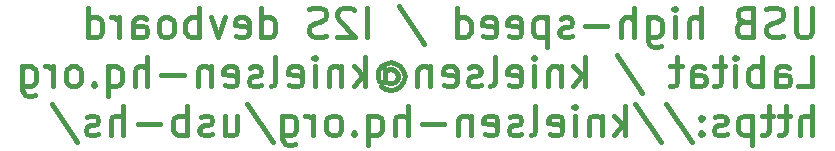
<source format=gbo>
G04 #@! TF.GenerationSoftware,KiCad,Pcbnew,(2017-08-04 revision 7bf9f8e1c)-master*
G04 #@! TF.CreationDate,2018-06-13T20:52:22+02:00*
G04 #@! TF.ProjectId,pcb-f2-a,7063622D66322D612E6B696361645F70,rev?*
G04 #@! TF.SameCoordinates,Original*
G04 #@! TF.FileFunction,Legend,Bot*
G04 #@! TF.FilePolarity,Positive*
%FSLAX46Y46*%
G04 Gerber Fmt 4.6, Leading zero omitted, Abs format (unit mm)*
G04 Created by KiCad (PCBNEW (2017-08-04 revision 7bf9f8e1c)-master) date Wed Jun 13 20:52:22 2018*
%MOMM*%
%LPD*%
G01*
G04 APERTURE LIST*
%ADD10C,0.400000*%
G04 APERTURE END LIST*
D10*
X129244761Y-82180952D02*
X129244761Y-84204761D01*
X129125714Y-84442857D01*
X129006666Y-84561904D01*
X128768571Y-84680952D01*
X128292380Y-84680952D01*
X128054285Y-84561904D01*
X127935238Y-84442857D01*
X127816190Y-84204761D01*
X127816190Y-82180952D01*
X126744761Y-84561904D02*
X126387619Y-84680952D01*
X125792380Y-84680952D01*
X125554285Y-84561904D01*
X125435238Y-84442857D01*
X125316190Y-84204761D01*
X125316190Y-83966666D01*
X125435238Y-83728571D01*
X125554285Y-83609523D01*
X125792380Y-83490476D01*
X126268571Y-83371428D01*
X126506666Y-83252380D01*
X126625714Y-83133333D01*
X126744761Y-82895238D01*
X126744761Y-82657142D01*
X126625714Y-82419047D01*
X126506666Y-82300000D01*
X126268571Y-82180952D01*
X125673333Y-82180952D01*
X125316190Y-82300000D01*
X123411428Y-83371428D02*
X123054285Y-83490476D01*
X122935238Y-83609523D01*
X122816190Y-83847619D01*
X122816190Y-84204761D01*
X122935238Y-84442857D01*
X123054285Y-84561904D01*
X123292380Y-84680952D01*
X124244761Y-84680952D01*
X124244761Y-82180952D01*
X123411428Y-82180952D01*
X123173333Y-82300000D01*
X123054285Y-82419047D01*
X122935238Y-82657142D01*
X122935238Y-82895238D01*
X123054285Y-83133333D01*
X123173333Y-83252380D01*
X123411428Y-83371428D01*
X124244761Y-83371428D01*
X119840000Y-84680952D02*
X119840000Y-82180952D01*
X118768571Y-84680952D02*
X118768571Y-83371428D01*
X118887619Y-83133333D01*
X119125714Y-83014285D01*
X119482857Y-83014285D01*
X119720952Y-83133333D01*
X119840000Y-83252380D01*
X117578095Y-84680952D02*
X117578095Y-83014285D01*
X117578095Y-82180952D02*
X117697142Y-82300000D01*
X117578095Y-82419047D01*
X117459047Y-82300000D01*
X117578095Y-82180952D01*
X117578095Y-82419047D01*
X115316190Y-83014285D02*
X115316190Y-85038095D01*
X115435238Y-85276190D01*
X115554285Y-85395238D01*
X115792380Y-85514285D01*
X116149523Y-85514285D01*
X116387619Y-85395238D01*
X115316190Y-84561904D02*
X115554285Y-84680952D01*
X116030476Y-84680952D01*
X116268571Y-84561904D01*
X116387619Y-84442857D01*
X116506666Y-84204761D01*
X116506666Y-83490476D01*
X116387619Y-83252380D01*
X116268571Y-83133333D01*
X116030476Y-83014285D01*
X115554285Y-83014285D01*
X115316190Y-83133333D01*
X114125714Y-84680952D02*
X114125714Y-82180952D01*
X113054285Y-84680952D02*
X113054285Y-83371428D01*
X113173333Y-83133333D01*
X113411428Y-83014285D01*
X113768571Y-83014285D01*
X114006666Y-83133333D01*
X114125714Y-83252380D01*
X111863809Y-83728571D02*
X109959047Y-83728571D01*
X108887619Y-84561904D02*
X108649523Y-84680952D01*
X108173333Y-84680952D01*
X107935238Y-84561904D01*
X107816190Y-84323809D01*
X107816190Y-84204761D01*
X107935238Y-83966666D01*
X108173333Y-83847619D01*
X108530476Y-83847619D01*
X108768571Y-83728571D01*
X108887619Y-83490476D01*
X108887619Y-83371428D01*
X108768571Y-83133333D01*
X108530476Y-83014285D01*
X108173333Y-83014285D01*
X107935238Y-83133333D01*
X106744761Y-83014285D02*
X106744761Y-85514285D01*
X106744761Y-83133333D02*
X106506666Y-83014285D01*
X106030476Y-83014285D01*
X105792380Y-83133333D01*
X105673333Y-83252380D01*
X105554285Y-83490476D01*
X105554285Y-84204761D01*
X105673333Y-84442857D01*
X105792380Y-84561904D01*
X106030476Y-84680952D01*
X106506666Y-84680952D01*
X106744761Y-84561904D01*
X103530476Y-84561904D02*
X103768571Y-84680952D01*
X104244761Y-84680952D01*
X104482857Y-84561904D01*
X104601904Y-84323809D01*
X104601904Y-83371428D01*
X104482857Y-83133333D01*
X104244761Y-83014285D01*
X103768571Y-83014285D01*
X103530476Y-83133333D01*
X103411428Y-83371428D01*
X103411428Y-83609523D01*
X104601904Y-83847619D01*
X101387619Y-84561904D02*
X101625714Y-84680952D01*
X102101904Y-84680952D01*
X102340000Y-84561904D01*
X102459047Y-84323809D01*
X102459047Y-83371428D01*
X102340000Y-83133333D01*
X102101904Y-83014285D01*
X101625714Y-83014285D01*
X101387619Y-83133333D01*
X101268571Y-83371428D01*
X101268571Y-83609523D01*
X102459047Y-83847619D01*
X99125714Y-84680952D02*
X99125714Y-82180952D01*
X99125714Y-84561904D02*
X99363809Y-84680952D01*
X99840000Y-84680952D01*
X100078095Y-84561904D01*
X100197142Y-84442857D01*
X100316190Y-84204761D01*
X100316190Y-83490476D01*
X100197142Y-83252380D01*
X100078095Y-83133333D01*
X99840000Y-83014285D01*
X99363809Y-83014285D01*
X99125714Y-83133333D01*
X94244761Y-82061904D02*
X96387619Y-85276190D01*
X91506666Y-84680952D02*
X91506666Y-82180952D01*
X90435238Y-82419047D02*
X90316190Y-82300000D01*
X90078095Y-82180952D01*
X89482857Y-82180952D01*
X89244761Y-82300000D01*
X89125714Y-82419047D01*
X89006666Y-82657142D01*
X89006666Y-82895238D01*
X89125714Y-83252380D01*
X90554285Y-84680952D01*
X89006666Y-84680952D01*
X88054285Y-84561904D02*
X87697142Y-84680952D01*
X87101904Y-84680952D01*
X86863809Y-84561904D01*
X86744761Y-84442857D01*
X86625714Y-84204761D01*
X86625714Y-83966666D01*
X86744761Y-83728571D01*
X86863809Y-83609523D01*
X87101904Y-83490476D01*
X87578095Y-83371428D01*
X87816190Y-83252380D01*
X87935238Y-83133333D01*
X88054285Y-82895238D01*
X88054285Y-82657142D01*
X87935238Y-82419047D01*
X87816190Y-82300000D01*
X87578095Y-82180952D01*
X86982857Y-82180952D01*
X86625714Y-82300000D01*
X82578095Y-84680952D02*
X82578095Y-82180952D01*
X82578095Y-84561904D02*
X82816190Y-84680952D01*
X83292380Y-84680952D01*
X83530476Y-84561904D01*
X83649523Y-84442857D01*
X83768571Y-84204761D01*
X83768571Y-83490476D01*
X83649523Y-83252380D01*
X83530476Y-83133333D01*
X83292380Y-83014285D01*
X82816190Y-83014285D01*
X82578095Y-83133333D01*
X80435238Y-84561904D02*
X80673333Y-84680952D01*
X81149523Y-84680952D01*
X81387619Y-84561904D01*
X81506666Y-84323809D01*
X81506666Y-83371428D01*
X81387619Y-83133333D01*
X81149523Y-83014285D01*
X80673333Y-83014285D01*
X80435238Y-83133333D01*
X80316190Y-83371428D01*
X80316190Y-83609523D01*
X81506666Y-83847619D01*
X79482857Y-83014285D02*
X78887619Y-84680952D01*
X78292380Y-83014285D01*
X77340000Y-84680952D02*
X77340000Y-82180952D01*
X77340000Y-83133333D02*
X77101904Y-83014285D01*
X76625714Y-83014285D01*
X76387619Y-83133333D01*
X76268571Y-83252380D01*
X76149523Y-83490476D01*
X76149523Y-84204761D01*
X76268571Y-84442857D01*
X76387619Y-84561904D01*
X76625714Y-84680952D01*
X77101904Y-84680952D01*
X77340000Y-84561904D01*
X74720952Y-84680952D02*
X74959047Y-84561904D01*
X75078095Y-84442857D01*
X75197142Y-84204761D01*
X75197142Y-83490476D01*
X75078095Y-83252380D01*
X74959047Y-83133333D01*
X74720952Y-83014285D01*
X74363809Y-83014285D01*
X74125714Y-83133333D01*
X74006666Y-83252380D01*
X73887619Y-83490476D01*
X73887619Y-84204761D01*
X74006666Y-84442857D01*
X74125714Y-84561904D01*
X74363809Y-84680952D01*
X74720952Y-84680952D01*
X71744761Y-84680952D02*
X71744761Y-83371428D01*
X71863809Y-83133333D01*
X72101904Y-83014285D01*
X72578095Y-83014285D01*
X72816190Y-83133333D01*
X71744761Y-84561904D02*
X71982857Y-84680952D01*
X72578095Y-84680952D01*
X72816190Y-84561904D01*
X72935238Y-84323809D01*
X72935238Y-84085714D01*
X72816190Y-83847619D01*
X72578095Y-83728571D01*
X71982857Y-83728571D01*
X71744761Y-83609523D01*
X70554285Y-84680952D02*
X70554285Y-83014285D01*
X70554285Y-83490476D02*
X70435238Y-83252380D01*
X70316190Y-83133333D01*
X70078095Y-83014285D01*
X69840000Y-83014285D01*
X67935238Y-84680952D02*
X67935238Y-82180952D01*
X67935238Y-84561904D02*
X68173333Y-84680952D01*
X68649523Y-84680952D01*
X68887619Y-84561904D01*
X69006666Y-84442857D01*
X69125714Y-84204761D01*
X69125714Y-83490476D01*
X69006666Y-83252380D01*
X68887619Y-83133333D01*
X68649523Y-83014285D01*
X68173333Y-83014285D01*
X67935238Y-83133333D01*
X128054285Y-88830952D02*
X129244761Y-88830952D01*
X129244761Y-86330952D01*
X126149523Y-88830952D02*
X126149523Y-87521428D01*
X126268571Y-87283333D01*
X126506666Y-87164285D01*
X126982857Y-87164285D01*
X127220952Y-87283333D01*
X126149523Y-88711904D02*
X126387619Y-88830952D01*
X126982857Y-88830952D01*
X127220952Y-88711904D01*
X127340000Y-88473809D01*
X127340000Y-88235714D01*
X127220952Y-87997619D01*
X126982857Y-87878571D01*
X126387619Y-87878571D01*
X126149523Y-87759523D01*
X124959047Y-88830952D02*
X124959047Y-86330952D01*
X124959047Y-87283333D02*
X124720952Y-87164285D01*
X124244761Y-87164285D01*
X124006666Y-87283333D01*
X123887619Y-87402380D01*
X123768571Y-87640476D01*
X123768571Y-88354761D01*
X123887619Y-88592857D01*
X124006666Y-88711904D01*
X124244761Y-88830952D01*
X124720952Y-88830952D01*
X124959047Y-88711904D01*
X122697142Y-88830952D02*
X122697142Y-87164285D01*
X122697142Y-86330952D02*
X122816190Y-86450000D01*
X122697142Y-86569047D01*
X122578095Y-86450000D01*
X122697142Y-86330952D01*
X122697142Y-86569047D01*
X121863809Y-87164285D02*
X120911428Y-87164285D01*
X121506666Y-86330952D02*
X121506666Y-88473809D01*
X121387619Y-88711904D01*
X121149523Y-88830952D01*
X120911428Y-88830952D01*
X119006666Y-88830952D02*
X119006666Y-87521428D01*
X119125714Y-87283333D01*
X119363809Y-87164285D01*
X119840000Y-87164285D01*
X120078095Y-87283333D01*
X119006666Y-88711904D02*
X119244761Y-88830952D01*
X119840000Y-88830952D01*
X120078095Y-88711904D01*
X120197142Y-88473809D01*
X120197142Y-88235714D01*
X120078095Y-87997619D01*
X119840000Y-87878571D01*
X119244761Y-87878571D01*
X119006666Y-87759523D01*
X118173333Y-87164285D02*
X117220952Y-87164285D01*
X117816190Y-86330952D02*
X117816190Y-88473809D01*
X117697142Y-88711904D01*
X117459047Y-88830952D01*
X117220952Y-88830952D01*
X112697142Y-86211904D02*
X114840000Y-89426190D01*
X109959047Y-88830952D02*
X109959047Y-86330952D01*
X109720952Y-87878571D02*
X109006666Y-88830952D01*
X109006666Y-87164285D02*
X109959047Y-88116666D01*
X107935238Y-87164285D02*
X107935238Y-88830952D01*
X107935238Y-87402380D02*
X107816190Y-87283333D01*
X107578095Y-87164285D01*
X107220952Y-87164285D01*
X106982857Y-87283333D01*
X106863809Y-87521428D01*
X106863809Y-88830952D01*
X105673333Y-88830952D02*
X105673333Y-87164285D01*
X105673333Y-86330952D02*
X105792380Y-86450000D01*
X105673333Y-86569047D01*
X105554285Y-86450000D01*
X105673333Y-86330952D01*
X105673333Y-86569047D01*
X103530476Y-88711904D02*
X103768571Y-88830952D01*
X104244761Y-88830952D01*
X104482857Y-88711904D01*
X104601904Y-88473809D01*
X104601904Y-87521428D01*
X104482857Y-87283333D01*
X104244761Y-87164285D01*
X103768571Y-87164285D01*
X103530476Y-87283333D01*
X103411428Y-87521428D01*
X103411428Y-87759523D01*
X104601904Y-87997619D01*
X101982857Y-88830952D02*
X102220952Y-88711904D01*
X102340000Y-88473809D01*
X102340000Y-86330952D01*
X101149523Y-88711904D02*
X100911428Y-88830952D01*
X100435238Y-88830952D01*
X100197142Y-88711904D01*
X100078095Y-88473809D01*
X100078095Y-88354761D01*
X100197142Y-88116666D01*
X100435238Y-87997619D01*
X100792380Y-87997619D01*
X101030476Y-87878571D01*
X101149523Y-87640476D01*
X101149523Y-87521428D01*
X101030476Y-87283333D01*
X100792380Y-87164285D01*
X100435238Y-87164285D01*
X100197142Y-87283333D01*
X98054285Y-88711904D02*
X98292380Y-88830952D01*
X98768571Y-88830952D01*
X99006666Y-88711904D01*
X99125714Y-88473809D01*
X99125714Y-87521428D01*
X99006666Y-87283333D01*
X98768571Y-87164285D01*
X98292380Y-87164285D01*
X98054285Y-87283333D01*
X97935238Y-87521428D01*
X97935238Y-87759523D01*
X99125714Y-87997619D01*
X96863809Y-87164285D02*
X96863809Y-88830952D01*
X96863809Y-87402380D02*
X96744761Y-87283333D01*
X96506666Y-87164285D01*
X96149523Y-87164285D01*
X95911428Y-87283333D01*
X95792380Y-87521428D01*
X95792380Y-88830952D01*
X93054285Y-87640476D02*
X93173333Y-87521428D01*
X93411428Y-87402380D01*
X93649523Y-87402380D01*
X93887619Y-87521428D01*
X94006666Y-87640476D01*
X94125714Y-87878571D01*
X94125714Y-88116666D01*
X94006666Y-88354761D01*
X93887619Y-88473809D01*
X93649523Y-88592857D01*
X93411428Y-88592857D01*
X93173333Y-88473809D01*
X93054285Y-88354761D01*
X93054285Y-87402380D02*
X93054285Y-88354761D01*
X92935238Y-88473809D01*
X92816190Y-88473809D01*
X92578095Y-88354761D01*
X92459047Y-88116666D01*
X92459047Y-87521428D01*
X92697142Y-87164285D01*
X93054285Y-86926190D01*
X93530476Y-86807142D01*
X94006666Y-86926190D01*
X94363809Y-87164285D01*
X94601904Y-87521428D01*
X94720952Y-87997619D01*
X94601904Y-88473809D01*
X94363809Y-88830952D01*
X94006666Y-89069047D01*
X93530476Y-89188095D01*
X93054285Y-89069047D01*
X92697142Y-88830952D01*
X91387619Y-88830952D02*
X91387619Y-86330952D01*
X91149523Y-87878571D02*
X90435238Y-88830952D01*
X90435238Y-87164285D02*
X91387619Y-88116666D01*
X89363809Y-87164285D02*
X89363809Y-88830952D01*
X89363809Y-87402380D02*
X89244761Y-87283333D01*
X89006666Y-87164285D01*
X88649523Y-87164285D01*
X88411428Y-87283333D01*
X88292380Y-87521428D01*
X88292380Y-88830952D01*
X87101904Y-88830952D02*
X87101904Y-87164285D01*
X87101904Y-86330952D02*
X87220952Y-86450000D01*
X87101904Y-86569047D01*
X86982857Y-86450000D01*
X87101904Y-86330952D01*
X87101904Y-86569047D01*
X84959047Y-88711904D02*
X85197142Y-88830952D01*
X85673333Y-88830952D01*
X85911428Y-88711904D01*
X86030476Y-88473809D01*
X86030476Y-87521428D01*
X85911428Y-87283333D01*
X85673333Y-87164285D01*
X85197142Y-87164285D01*
X84959047Y-87283333D01*
X84840000Y-87521428D01*
X84840000Y-87759523D01*
X86030476Y-87997619D01*
X83411428Y-88830952D02*
X83649523Y-88711904D01*
X83768571Y-88473809D01*
X83768571Y-86330952D01*
X82578095Y-88711904D02*
X82340000Y-88830952D01*
X81863809Y-88830952D01*
X81625714Y-88711904D01*
X81506666Y-88473809D01*
X81506666Y-88354761D01*
X81625714Y-88116666D01*
X81863809Y-87997619D01*
X82220952Y-87997619D01*
X82459047Y-87878571D01*
X82578095Y-87640476D01*
X82578095Y-87521428D01*
X82459047Y-87283333D01*
X82220952Y-87164285D01*
X81863809Y-87164285D01*
X81625714Y-87283333D01*
X79482857Y-88711904D02*
X79720952Y-88830952D01*
X80197142Y-88830952D01*
X80435238Y-88711904D01*
X80554285Y-88473809D01*
X80554285Y-87521428D01*
X80435238Y-87283333D01*
X80197142Y-87164285D01*
X79720952Y-87164285D01*
X79482857Y-87283333D01*
X79363809Y-87521428D01*
X79363809Y-87759523D01*
X80554285Y-87997619D01*
X78292380Y-87164285D02*
X78292380Y-88830952D01*
X78292380Y-87402380D02*
X78173333Y-87283333D01*
X77935238Y-87164285D01*
X77578095Y-87164285D01*
X77340000Y-87283333D01*
X77220952Y-87521428D01*
X77220952Y-88830952D01*
X76030476Y-87878571D02*
X74125714Y-87878571D01*
X72935238Y-88830952D02*
X72935238Y-86330952D01*
X71863809Y-88830952D02*
X71863809Y-87521428D01*
X71982857Y-87283333D01*
X72220952Y-87164285D01*
X72578095Y-87164285D01*
X72816190Y-87283333D01*
X72935238Y-87402380D01*
X69601904Y-87164285D02*
X69601904Y-89664285D01*
X69601904Y-88711904D02*
X69840000Y-88830952D01*
X70316190Y-88830952D01*
X70554285Y-88711904D01*
X70673333Y-88592857D01*
X70792380Y-88354761D01*
X70792380Y-87640476D01*
X70673333Y-87402380D01*
X70554285Y-87283333D01*
X70316190Y-87164285D01*
X69840000Y-87164285D01*
X69601904Y-87283333D01*
X68411428Y-88592857D02*
X68292380Y-88711904D01*
X68411428Y-88830952D01*
X68530476Y-88711904D01*
X68411428Y-88592857D01*
X68411428Y-88830952D01*
X66863809Y-88830952D02*
X67101904Y-88711904D01*
X67220952Y-88592857D01*
X67340000Y-88354761D01*
X67340000Y-87640476D01*
X67220952Y-87402380D01*
X67101904Y-87283333D01*
X66863809Y-87164285D01*
X66506666Y-87164285D01*
X66268571Y-87283333D01*
X66149523Y-87402380D01*
X66030476Y-87640476D01*
X66030476Y-88354761D01*
X66149523Y-88592857D01*
X66268571Y-88711904D01*
X66506666Y-88830952D01*
X66863809Y-88830952D01*
X64959047Y-88830952D02*
X64959047Y-87164285D01*
X64959047Y-87640476D02*
X64840000Y-87402380D01*
X64720952Y-87283333D01*
X64482857Y-87164285D01*
X64244761Y-87164285D01*
X62340000Y-87164285D02*
X62340000Y-89188095D01*
X62459047Y-89426190D01*
X62578095Y-89545238D01*
X62816190Y-89664285D01*
X63173333Y-89664285D01*
X63411428Y-89545238D01*
X62340000Y-88711904D02*
X62578095Y-88830952D01*
X63054285Y-88830952D01*
X63292380Y-88711904D01*
X63411428Y-88592857D01*
X63530476Y-88354761D01*
X63530476Y-87640476D01*
X63411428Y-87402380D01*
X63292380Y-87283333D01*
X63054285Y-87164285D01*
X62578095Y-87164285D01*
X62340000Y-87283333D01*
X129244761Y-92980952D02*
X129244761Y-90480952D01*
X128173333Y-92980952D02*
X128173333Y-91671428D01*
X128292380Y-91433333D01*
X128530476Y-91314285D01*
X128887619Y-91314285D01*
X129125714Y-91433333D01*
X129244761Y-91552380D01*
X127340000Y-91314285D02*
X126387619Y-91314285D01*
X126982857Y-90480952D02*
X126982857Y-92623809D01*
X126863809Y-92861904D01*
X126625714Y-92980952D01*
X126387619Y-92980952D01*
X125911428Y-91314285D02*
X124959047Y-91314285D01*
X125554285Y-90480952D02*
X125554285Y-92623809D01*
X125435238Y-92861904D01*
X125197142Y-92980952D01*
X124959047Y-92980952D01*
X124125714Y-91314285D02*
X124125714Y-93814285D01*
X124125714Y-91433333D02*
X123887619Y-91314285D01*
X123411428Y-91314285D01*
X123173333Y-91433333D01*
X123054285Y-91552380D01*
X122935238Y-91790476D01*
X122935238Y-92504761D01*
X123054285Y-92742857D01*
X123173333Y-92861904D01*
X123411428Y-92980952D01*
X123887619Y-92980952D01*
X124125714Y-92861904D01*
X121982857Y-92861904D02*
X121744761Y-92980952D01*
X121268571Y-92980952D01*
X121030476Y-92861904D01*
X120911428Y-92623809D01*
X120911428Y-92504761D01*
X121030476Y-92266666D01*
X121268571Y-92147619D01*
X121625714Y-92147619D01*
X121863809Y-92028571D01*
X121982857Y-91790476D01*
X121982857Y-91671428D01*
X121863809Y-91433333D01*
X121625714Y-91314285D01*
X121268571Y-91314285D01*
X121030476Y-91433333D01*
X119840000Y-92742857D02*
X119720952Y-92861904D01*
X119840000Y-92980952D01*
X119959047Y-92861904D01*
X119840000Y-92742857D01*
X119840000Y-92980952D01*
X119840000Y-91433333D02*
X119720952Y-91552380D01*
X119840000Y-91671428D01*
X119959047Y-91552380D01*
X119840000Y-91433333D01*
X119840000Y-91671428D01*
X116863809Y-90361904D02*
X119006666Y-93576190D01*
X114244761Y-90361904D02*
X116387619Y-93576190D01*
X113411428Y-92980952D02*
X113411428Y-90480952D01*
X113173333Y-92028571D02*
X112459047Y-92980952D01*
X112459047Y-91314285D02*
X113411428Y-92266666D01*
X111387619Y-91314285D02*
X111387619Y-92980952D01*
X111387619Y-91552380D02*
X111268571Y-91433333D01*
X111030476Y-91314285D01*
X110673333Y-91314285D01*
X110435238Y-91433333D01*
X110316190Y-91671428D01*
X110316190Y-92980952D01*
X109125714Y-92980952D02*
X109125714Y-91314285D01*
X109125714Y-90480952D02*
X109244761Y-90600000D01*
X109125714Y-90719047D01*
X109006666Y-90600000D01*
X109125714Y-90480952D01*
X109125714Y-90719047D01*
X106982857Y-92861904D02*
X107220952Y-92980952D01*
X107697142Y-92980952D01*
X107935238Y-92861904D01*
X108054285Y-92623809D01*
X108054285Y-91671428D01*
X107935238Y-91433333D01*
X107697142Y-91314285D01*
X107220952Y-91314285D01*
X106982857Y-91433333D01*
X106863809Y-91671428D01*
X106863809Y-91909523D01*
X108054285Y-92147619D01*
X105435238Y-92980952D02*
X105673333Y-92861904D01*
X105792380Y-92623809D01*
X105792380Y-90480952D01*
X104601904Y-92861904D02*
X104363809Y-92980952D01*
X103887619Y-92980952D01*
X103649523Y-92861904D01*
X103530476Y-92623809D01*
X103530476Y-92504761D01*
X103649523Y-92266666D01*
X103887619Y-92147619D01*
X104244761Y-92147619D01*
X104482857Y-92028571D01*
X104601904Y-91790476D01*
X104601904Y-91671428D01*
X104482857Y-91433333D01*
X104244761Y-91314285D01*
X103887619Y-91314285D01*
X103649523Y-91433333D01*
X101506666Y-92861904D02*
X101744761Y-92980952D01*
X102220952Y-92980952D01*
X102459047Y-92861904D01*
X102578095Y-92623809D01*
X102578095Y-91671428D01*
X102459047Y-91433333D01*
X102220952Y-91314285D01*
X101744761Y-91314285D01*
X101506666Y-91433333D01*
X101387619Y-91671428D01*
X101387619Y-91909523D01*
X102578095Y-92147619D01*
X100316190Y-91314285D02*
X100316190Y-92980952D01*
X100316190Y-91552380D02*
X100197142Y-91433333D01*
X99959047Y-91314285D01*
X99601904Y-91314285D01*
X99363809Y-91433333D01*
X99244761Y-91671428D01*
X99244761Y-92980952D01*
X98054285Y-92028571D02*
X96149523Y-92028571D01*
X94959047Y-92980952D02*
X94959047Y-90480952D01*
X93887619Y-92980952D02*
X93887619Y-91671428D01*
X94006666Y-91433333D01*
X94244761Y-91314285D01*
X94601904Y-91314285D01*
X94840000Y-91433333D01*
X94959047Y-91552380D01*
X91625714Y-91314285D02*
X91625714Y-93814285D01*
X91625714Y-92861904D02*
X91863809Y-92980952D01*
X92340000Y-92980952D01*
X92578095Y-92861904D01*
X92697142Y-92742857D01*
X92816190Y-92504761D01*
X92816190Y-91790476D01*
X92697142Y-91552380D01*
X92578095Y-91433333D01*
X92340000Y-91314285D01*
X91863809Y-91314285D01*
X91625714Y-91433333D01*
X90435238Y-92742857D02*
X90316190Y-92861904D01*
X90435238Y-92980952D01*
X90554285Y-92861904D01*
X90435238Y-92742857D01*
X90435238Y-92980952D01*
X88887619Y-92980952D02*
X89125714Y-92861904D01*
X89244761Y-92742857D01*
X89363809Y-92504761D01*
X89363809Y-91790476D01*
X89244761Y-91552380D01*
X89125714Y-91433333D01*
X88887619Y-91314285D01*
X88530476Y-91314285D01*
X88292380Y-91433333D01*
X88173333Y-91552380D01*
X88054285Y-91790476D01*
X88054285Y-92504761D01*
X88173333Y-92742857D01*
X88292380Y-92861904D01*
X88530476Y-92980952D01*
X88887619Y-92980952D01*
X86982857Y-92980952D02*
X86982857Y-91314285D01*
X86982857Y-91790476D02*
X86863809Y-91552380D01*
X86744761Y-91433333D01*
X86506666Y-91314285D01*
X86268571Y-91314285D01*
X84363809Y-91314285D02*
X84363809Y-93338095D01*
X84482857Y-93576190D01*
X84601904Y-93695238D01*
X84840000Y-93814285D01*
X85197142Y-93814285D01*
X85435238Y-93695238D01*
X84363809Y-92861904D02*
X84601904Y-92980952D01*
X85078095Y-92980952D01*
X85316190Y-92861904D01*
X85435238Y-92742857D01*
X85554285Y-92504761D01*
X85554285Y-91790476D01*
X85435238Y-91552380D01*
X85316190Y-91433333D01*
X85078095Y-91314285D01*
X84601904Y-91314285D01*
X84363809Y-91433333D01*
X81387619Y-90361904D02*
X83530476Y-93576190D01*
X79482857Y-91314285D02*
X79482857Y-92980952D01*
X80554285Y-91314285D02*
X80554285Y-92623809D01*
X80435238Y-92861904D01*
X80197142Y-92980952D01*
X79840000Y-92980952D01*
X79601904Y-92861904D01*
X79482857Y-92742857D01*
X78411428Y-92861904D02*
X78173333Y-92980952D01*
X77697142Y-92980952D01*
X77459047Y-92861904D01*
X77340000Y-92623809D01*
X77340000Y-92504761D01*
X77459047Y-92266666D01*
X77697142Y-92147619D01*
X78054285Y-92147619D01*
X78292380Y-92028571D01*
X78411428Y-91790476D01*
X78411428Y-91671428D01*
X78292380Y-91433333D01*
X78054285Y-91314285D01*
X77697142Y-91314285D01*
X77459047Y-91433333D01*
X76268571Y-92980952D02*
X76268571Y-90480952D01*
X76268571Y-91433333D02*
X76030476Y-91314285D01*
X75554285Y-91314285D01*
X75316190Y-91433333D01*
X75197142Y-91552380D01*
X75078095Y-91790476D01*
X75078095Y-92504761D01*
X75197142Y-92742857D01*
X75316190Y-92861904D01*
X75554285Y-92980952D01*
X76030476Y-92980952D01*
X76268571Y-92861904D01*
X74006666Y-92028571D02*
X72101904Y-92028571D01*
X70911428Y-92980952D02*
X70911428Y-90480952D01*
X69840000Y-92980952D02*
X69840000Y-91671428D01*
X69959047Y-91433333D01*
X70197142Y-91314285D01*
X70554285Y-91314285D01*
X70792380Y-91433333D01*
X70911428Y-91552380D01*
X68768571Y-92861904D02*
X68530476Y-92980952D01*
X68054285Y-92980952D01*
X67816190Y-92861904D01*
X67697142Y-92623809D01*
X67697142Y-92504761D01*
X67816190Y-92266666D01*
X68054285Y-92147619D01*
X68411428Y-92147619D01*
X68649523Y-92028571D01*
X68768571Y-91790476D01*
X68768571Y-91671428D01*
X68649523Y-91433333D01*
X68411428Y-91314285D01*
X68054285Y-91314285D01*
X67816190Y-91433333D01*
X64840000Y-90361904D02*
X66982857Y-93576190D01*
M02*

</source>
